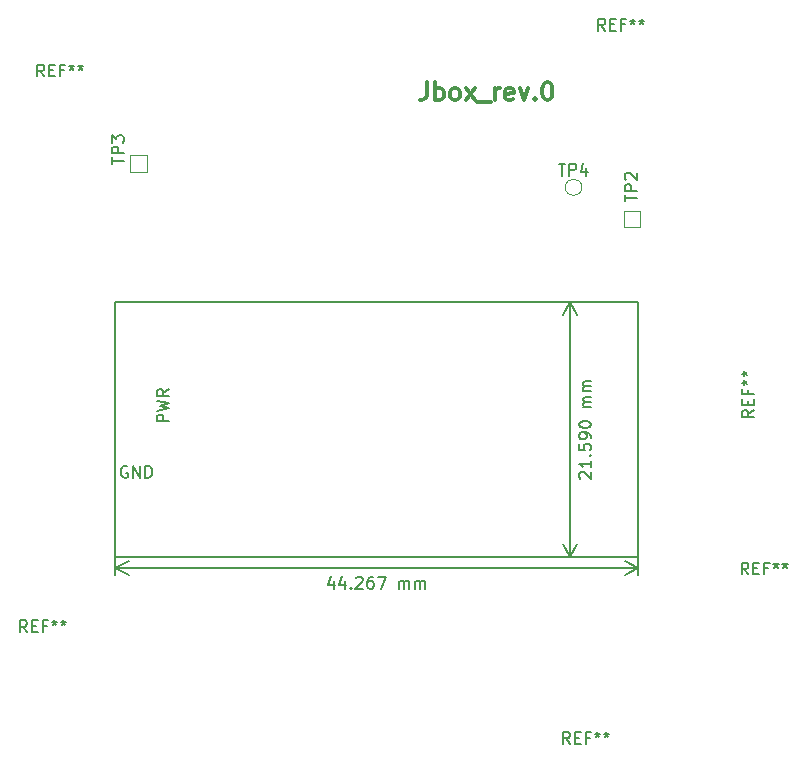
<source format=gto>
G04 #@! TF.GenerationSoftware,KiCad,Pcbnew,5.1.5+dfsg1-2build2*
G04 #@! TF.CreationDate,2021-05-18T17:36:40-03:00*
G04 #@! TF.ProjectId,jbox_kicad,6a626f78-5f6b-4696-9361-642e6b696361,0*
G04 #@! TF.SameCoordinates,Original*
G04 #@! TF.FileFunction,Legend,Top*
G04 #@! TF.FilePolarity,Positive*
%FSLAX46Y46*%
G04 Gerber Fmt 4.6, Leading zero omitted, Abs format (unit mm)*
G04 Created by KiCad (PCBNEW 5.1.5+dfsg1-2build2) date 2021-05-18 17:36:40*
%MOMM*%
%LPD*%
G04 APERTURE LIST*
%ADD10C,0.150000*%
%ADD11C,0.300000*%
%ADD12C,0.120000*%
%ADD13C,5.601600*%
%ADD14R,1.101600X1.101600*%
%ADD15C,1.501600*%
%ADD16R,1.601600X1.151600*%
%ADD17O,1.601600X1.151600*%
%ADD18C,4.101600*%
%ADD19C,1.101600*%
G04 APERTURE END LIST*
D10*
X228908076Y-150342018D02*
X228908688Y-151008684D01*
X228669631Y-149961284D02*
X228432191Y-150675788D01*
X229051239Y-150675220D01*
X229860456Y-150341144D02*
X229861068Y-151007810D01*
X229622011Y-149960410D02*
X229384572Y-150674914D01*
X230003619Y-150674346D01*
X230384790Y-150912091D02*
X230432453Y-150959667D01*
X230384878Y-151007329D01*
X230337215Y-150959754D01*
X230384790Y-150912091D01*
X230384878Y-151007329D01*
X230812618Y-150102174D02*
X230860193Y-150054512D01*
X230955388Y-150006805D01*
X231193483Y-150006586D01*
X231288765Y-150054118D01*
X231336427Y-150101693D01*
X231384134Y-150196888D01*
X231384221Y-150292126D01*
X231336733Y-150435027D01*
X230765830Y-151006980D01*
X231384877Y-151006411D01*
X232241102Y-150005625D02*
X232050625Y-150005800D01*
X231955431Y-150053506D01*
X231907856Y-150101169D01*
X231812749Y-150244113D01*
X231765305Y-150434633D01*
X231765654Y-150815585D01*
X231813361Y-150910780D01*
X231861024Y-150958355D01*
X231956305Y-151005887D01*
X232146782Y-151005712D01*
X232241976Y-150958005D01*
X232289551Y-150910343D01*
X232337083Y-150815061D01*
X232336864Y-150576966D01*
X232289158Y-150481771D01*
X232241495Y-150434196D01*
X232146213Y-150386664D01*
X231955737Y-150386839D01*
X231860543Y-150434546D01*
X231812967Y-150482208D01*
X231765436Y-150577490D01*
X232669673Y-150005231D02*
X233336339Y-150004619D01*
X232908686Y-151005012D01*
X234480114Y-151003570D02*
X234479502Y-150336903D01*
X234479589Y-150432141D02*
X234527165Y-150384478D01*
X234622359Y-150336772D01*
X234765216Y-150336641D01*
X234860498Y-150384172D01*
X234908204Y-150479367D01*
X234908685Y-151003176D01*
X234908204Y-150479367D02*
X234955736Y-150384085D01*
X235050930Y-150336379D01*
X235193787Y-150336247D01*
X235289069Y-150383779D01*
X235336776Y-150478973D01*
X235337256Y-151002783D01*
X235813447Y-151002345D02*
X235812835Y-150335679D01*
X235812922Y-150430917D02*
X235860497Y-150383254D01*
X235955692Y-150335548D01*
X236098549Y-150335417D01*
X236193831Y-150382948D01*
X236241537Y-150478143D01*
X236242018Y-151001952D01*
X236241537Y-150478143D02*
X236289069Y-150382861D01*
X236384263Y-150335154D01*
X236527120Y-150335023D01*
X236622402Y-150382555D01*
X236670108Y-150477749D01*
X236670589Y-151001559D01*
X254707305Y-149232619D02*
X210440185Y-149273259D01*
X254706120Y-147942300D02*
X254707843Y-149819040D01*
X210439000Y-147982940D02*
X210440723Y-149859680D01*
X210440185Y-149273259D02*
X211566150Y-148685804D01*
X210440185Y-149273259D02*
X211567227Y-149858645D01*
X254707305Y-149232619D02*
X253580263Y-148647233D01*
X254707305Y-149232619D02*
X253581340Y-149820074D01*
D11*
X236800071Y-108144571D02*
X236800071Y-109216000D01*
X236728642Y-109430285D01*
X236585785Y-109573142D01*
X236371500Y-109644571D01*
X236228642Y-109644571D01*
X237514357Y-109644571D02*
X237514357Y-108144571D01*
X237514357Y-108716000D02*
X237657214Y-108644571D01*
X237942928Y-108644571D01*
X238085785Y-108716000D01*
X238157214Y-108787428D01*
X238228642Y-108930285D01*
X238228642Y-109358857D01*
X238157214Y-109501714D01*
X238085785Y-109573142D01*
X237942928Y-109644571D01*
X237657214Y-109644571D01*
X237514357Y-109573142D01*
X239085785Y-109644571D02*
X238942928Y-109573142D01*
X238871500Y-109501714D01*
X238800071Y-109358857D01*
X238800071Y-108930285D01*
X238871500Y-108787428D01*
X238942928Y-108716000D01*
X239085785Y-108644571D01*
X239300071Y-108644571D01*
X239442928Y-108716000D01*
X239514357Y-108787428D01*
X239585785Y-108930285D01*
X239585785Y-109358857D01*
X239514357Y-109501714D01*
X239442928Y-109573142D01*
X239300071Y-109644571D01*
X239085785Y-109644571D01*
X240085785Y-109644571D02*
X240871500Y-108644571D01*
X240085785Y-108644571D02*
X240871500Y-109644571D01*
X241085785Y-109787428D02*
X242228642Y-109787428D01*
X242585785Y-109644571D02*
X242585785Y-108644571D01*
X242585785Y-108930285D02*
X242657214Y-108787428D01*
X242728642Y-108716000D01*
X242871500Y-108644571D01*
X243014357Y-108644571D01*
X244085785Y-109573142D02*
X243942928Y-109644571D01*
X243657214Y-109644571D01*
X243514357Y-109573142D01*
X243442928Y-109430285D01*
X243442928Y-108858857D01*
X243514357Y-108716000D01*
X243657214Y-108644571D01*
X243942928Y-108644571D01*
X244085785Y-108716000D01*
X244157214Y-108858857D01*
X244157214Y-109001714D01*
X243442928Y-109144571D01*
X244657214Y-108644571D02*
X245014357Y-109644571D01*
X245371500Y-108644571D01*
X245942928Y-109501714D02*
X246014357Y-109573142D01*
X245942928Y-109644571D01*
X245871500Y-109573142D01*
X245942928Y-109501714D01*
X245942928Y-109644571D01*
X246942928Y-108144571D02*
X247085785Y-108144571D01*
X247228642Y-108216000D01*
X247300071Y-108287428D01*
X247371500Y-108430285D01*
X247442928Y-108716000D01*
X247442928Y-109073142D01*
X247371500Y-109358857D01*
X247300071Y-109501714D01*
X247228642Y-109573142D01*
X247085785Y-109644571D01*
X246942928Y-109644571D01*
X246800071Y-109573142D01*
X246728642Y-109501714D01*
X246657214Y-109358857D01*
X246585785Y-109073142D01*
X246585785Y-108716000D01*
X246657214Y-108430285D01*
X246728642Y-108287428D01*
X246800071Y-108216000D01*
X246942928Y-108144571D01*
D10*
X210426300Y-126746000D02*
X210426300Y-148336000D01*
X254711200Y-126746000D02*
X210426300Y-126746000D01*
X249805719Y-141683857D02*
X249758100Y-141636238D01*
X249710480Y-141541000D01*
X249710480Y-141302904D01*
X249758100Y-141207666D01*
X249805719Y-141160047D01*
X249900957Y-141112428D01*
X249996195Y-141112428D01*
X250139052Y-141160047D01*
X250710480Y-141731476D01*
X250710480Y-141112428D01*
X250710480Y-140160047D02*
X250710480Y-140731476D01*
X250710480Y-140445761D02*
X249710480Y-140445761D01*
X249853338Y-140541000D01*
X249948576Y-140636238D01*
X249996195Y-140731476D01*
X250615242Y-139731476D02*
X250662861Y-139683857D01*
X250710480Y-139731476D01*
X250662861Y-139779095D01*
X250615242Y-139731476D01*
X250710480Y-139731476D01*
X249710480Y-138779095D02*
X249710480Y-139255285D01*
X250186671Y-139302904D01*
X250139052Y-139255285D01*
X250091433Y-139160047D01*
X250091433Y-138921952D01*
X250139052Y-138826714D01*
X250186671Y-138779095D01*
X250281909Y-138731476D01*
X250520004Y-138731476D01*
X250615242Y-138779095D01*
X250662861Y-138826714D01*
X250710480Y-138921952D01*
X250710480Y-139160047D01*
X250662861Y-139255285D01*
X250615242Y-139302904D01*
X250710480Y-138255285D02*
X250710480Y-138064809D01*
X250662861Y-137969571D01*
X250615242Y-137921952D01*
X250472385Y-137826714D01*
X250281909Y-137779095D01*
X249900957Y-137779095D01*
X249805719Y-137826714D01*
X249758100Y-137874333D01*
X249710480Y-137969571D01*
X249710480Y-138160047D01*
X249758100Y-138255285D01*
X249805719Y-138302904D01*
X249900957Y-138350523D01*
X250139052Y-138350523D01*
X250234290Y-138302904D01*
X250281909Y-138255285D01*
X250329528Y-138160047D01*
X250329528Y-137969571D01*
X250281909Y-137874333D01*
X250234290Y-137826714D01*
X250139052Y-137779095D01*
X249710480Y-137160047D02*
X249710480Y-137064809D01*
X249758100Y-136969571D01*
X249805719Y-136921952D01*
X249900957Y-136874333D01*
X250091433Y-136826714D01*
X250329528Y-136826714D01*
X250520004Y-136874333D01*
X250615242Y-136921952D01*
X250662861Y-136969571D01*
X250710480Y-137064809D01*
X250710480Y-137160047D01*
X250662861Y-137255285D01*
X250615242Y-137302904D01*
X250520004Y-137350523D01*
X250329528Y-137398142D01*
X250091433Y-137398142D01*
X249900957Y-137350523D01*
X249805719Y-137302904D01*
X249758100Y-137255285D01*
X249710480Y-137160047D01*
X250710480Y-135636238D02*
X250043814Y-135636238D01*
X250139052Y-135636238D02*
X250091433Y-135588619D01*
X250043814Y-135493380D01*
X250043814Y-135350523D01*
X250091433Y-135255285D01*
X250186671Y-135207666D01*
X250710480Y-135207666D01*
X250186671Y-135207666D02*
X250091433Y-135160047D01*
X250043814Y-135064809D01*
X250043814Y-134921952D01*
X250091433Y-134826714D01*
X250186671Y-134779095D01*
X250710480Y-134779095D01*
X250710480Y-134302904D02*
X250043814Y-134302904D01*
X250139052Y-134302904D02*
X250091433Y-134255285D01*
X250043814Y-134160047D01*
X250043814Y-134017190D01*
X250091433Y-133921952D01*
X250186671Y-133874333D01*
X250710480Y-133874333D01*
X250186671Y-133874333D02*
X250091433Y-133826714D01*
X250043814Y-133731476D01*
X250043814Y-133588619D01*
X250091433Y-133493380D01*
X250186671Y-133445761D01*
X250710480Y-133445761D01*
X248958100Y-148336000D02*
X248958100Y-126746000D01*
X248958100Y-148336000D02*
X249544521Y-148336000D01*
X248958100Y-126746000D02*
X249544521Y-126746000D01*
X248958100Y-126746000D02*
X249544521Y-127872504D01*
X248958100Y-126746000D02*
X248371679Y-127872504D01*
X248958100Y-148336000D02*
X249544521Y-147209496D01*
X248958100Y-148336000D02*
X248371679Y-147209496D01*
X254711200Y-148336000D02*
X254711200Y-126746000D01*
X210426300Y-148338540D02*
X254711200Y-148336000D01*
D12*
X211707500Y-115698500D02*
X211707500Y-114298500D01*
X213107500Y-115698500D02*
X211707500Y-115698500D01*
X213107500Y-114298500D02*
X213107500Y-115698500D01*
X211707500Y-114298500D02*
X213107500Y-114298500D01*
X253490500Y-120397500D02*
X253490500Y-118997500D01*
X254890500Y-120397500D02*
X253490500Y-120397500D01*
X254890500Y-118997500D02*
X254890500Y-120397500D01*
X253490500Y-118997500D02*
X254890500Y-118997500D01*
X249937500Y-117030500D02*
G75*
G03X249937500Y-117030500I-700000J0D01*
G01*
D10*
X204406666Y-107640380D02*
X204073333Y-107164190D01*
X203835238Y-107640380D02*
X203835238Y-106640380D01*
X204216190Y-106640380D01*
X204311428Y-106688000D01*
X204359047Y-106735619D01*
X204406666Y-106830857D01*
X204406666Y-106973714D01*
X204359047Y-107068952D01*
X204311428Y-107116571D01*
X204216190Y-107164190D01*
X203835238Y-107164190D01*
X204835238Y-107116571D02*
X205168571Y-107116571D01*
X205311428Y-107640380D02*
X204835238Y-107640380D01*
X204835238Y-106640380D01*
X205311428Y-106640380D01*
X206073333Y-107116571D02*
X205740000Y-107116571D01*
X205740000Y-107640380D02*
X205740000Y-106640380D01*
X206216190Y-106640380D01*
X206740000Y-106640380D02*
X206740000Y-106878476D01*
X206501904Y-106783238D02*
X206740000Y-106878476D01*
X206978095Y-106783238D01*
X206597142Y-107068952D02*
X206740000Y-106878476D01*
X206882857Y-107068952D01*
X207501904Y-106640380D02*
X207501904Y-106878476D01*
X207263809Y-106783238D02*
X207501904Y-106878476D01*
X207740000Y-106783238D01*
X207359047Y-107068952D02*
X207501904Y-106878476D01*
X207644761Y-107068952D01*
X251904666Y-103766880D02*
X251571333Y-103290690D01*
X251333238Y-103766880D02*
X251333238Y-102766880D01*
X251714190Y-102766880D01*
X251809428Y-102814500D01*
X251857047Y-102862119D01*
X251904666Y-102957357D01*
X251904666Y-103100214D01*
X251857047Y-103195452D01*
X251809428Y-103243071D01*
X251714190Y-103290690D01*
X251333238Y-103290690D01*
X252333238Y-103243071D02*
X252666571Y-103243071D01*
X252809428Y-103766880D02*
X252333238Y-103766880D01*
X252333238Y-102766880D01*
X252809428Y-102766880D01*
X253571333Y-103243071D02*
X253238000Y-103243071D01*
X253238000Y-103766880D02*
X253238000Y-102766880D01*
X253714190Y-102766880D01*
X254238000Y-102766880D02*
X254238000Y-103004976D01*
X253999904Y-102909738D02*
X254238000Y-103004976D01*
X254476095Y-102909738D01*
X254095142Y-103195452D02*
X254238000Y-103004976D01*
X254380857Y-103195452D01*
X254999904Y-102766880D02*
X254999904Y-103004976D01*
X254761809Y-102909738D02*
X254999904Y-103004976D01*
X255238000Y-102909738D01*
X254857047Y-103195452D02*
X254999904Y-103004976D01*
X255142761Y-103195452D01*
X202946166Y-154693880D02*
X202612833Y-154217690D01*
X202374738Y-154693880D02*
X202374738Y-153693880D01*
X202755690Y-153693880D01*
X202850928Y-153741500D01*
X202898547Y-153789119D01*
X202946166Y-153884357D01*
X202946166Y-154027214D01*
X202898547Y-154122452D01*
X202850928Y-154170071D01*
X202755690Y-154217690D01*
X202374738Y-154217690D01*
X203374738Y-154170071D02*
X203708071Y-154170071D01*
X203850928Y-154693880D02*
X203374738Y-154693880D01*
X203374738Y-153693880D01*
X203850928Y-153693880D01*
X204612833Y-154170071D02*
X204279500Y-154170071D01*
X204279500Y-154693880D02*
X204279500Y-153693880D01*
X204755690Y-153693880D01*
X205279500Y-153693880D02*
X205279500Y-153931976D01*
X205041404Y-153836738D02*
X205279500Y-153931976D01*
X205517595Y-153836738D01*
X205136642Y-154122452D02*
X205279500Y-153931976D01*
X205422357Y-154122452D01*
X206041404Y-153693880D02*
X206041404Y-153931976D01*
X205803309Y-153836738D02*
X206041404Y-153931976D01*
X206279500Y-153836738D01*
X205898547Y-154122452D02*
X206041404Y-153931976D01*
X206184261Y-154122452D01*
X248920166Y-164155380D02*
X248586833Y-163679190D01*
X248348738Y-164155380D02*
X248348738Y-163155380D01*
X248729690Y-163155380D01*
X248824928Y-163203000D01*
X248872547Y-163250619D01*
X248920166Y-163345857D01*
X248920166Y-163488714D01*
X248872547Y-163583952D01*
X248824928Y-163631571D01*
X248729690Y-163679190D01*
X248348738Y-163679190D01*
X249348738Y-163631571D02*
X249682071Y-163631571D01*
X249824928Y-164155380D02*
X249348738Y-164155380D01*
X249348738Y-163155380D01*
X249824928Y-163155380D01*
X250586833Y-163631571D02*
X250253500Y-163631571D01*
X250253500Y-164155380D02*
X250253500Y-163155380D01*
X250729690Y-163155380D01*
X251253500Y-163155380D02*
X251253500Y-163393476D01*
X251015404Y-163298238D02*
X251253500Y-163393476D01*
X251491595Y-163298238D01*
X251110642Y-163583952D02*
X251253500Y-163393476D01*
X251396357Y-163583952D01*
X252015404Y-163155380D02*
X252015404Y-163393476D01*
X251777309Y-163298238D02*
X252015404Y-163393476D01*
X252253500Y-163298238D01*
X251872547Y-163583952D02*
X252015404Y-163393476D01*
X252158261Y-163583952D01*
X210145380Y-115053904D02*
X210145380Y-114482476D01*
X211145380Y-114768190D02*
X210145380Y-114768190D01*
X211145380Y-114149142D02*
X210145380Y-114149142D01*
X210145380Y-113768190D01*
X210193000Y-113672952D01*
X210240619Y-113625333D01*
X210335857Y-113577714D01*
X210478714Y-113577714D01*
X210573952Y-113625333D01*
X210621571Y-113672952D01*
X210669190Y-113768190D01*
X210669190Y-114149142D01*
X210145380Y-113244380D02*
X210145380Y-112625333D01*
X210526333Y-112958666D01*
X210526333Y-112815809D01*
X210573952Y-112720571D01*
X210621571Y-112672952D01*
X210716809Y-112625333D01*
X210954904Y-112625333D01*
X211050142Y-112672952D01*
X211097761Y-112720571D01*
X211145380Y-112815809D01*
X211145380Y-113101523D01*
X211097761Y-113196761D01*
X211050142Y-113244380D01*
X253579380Y-118228904D02*
X253579380Y-117657476D01*
X254579380Y-117943190D02*
X253579380Y-117943190D01*
X254579380Y-117324142D02*
X253579380Y-117324142D01*
X253579380Y-116943190D01*
X253627000Y-116847952D01*
X253674619Y-116800333D01*
X253769857Y-116752714D01*
X253912714Y-116752714D01*
X254007952Y-116800333D01*
X254055571Y-116847952D01*
X254103190Y-116943190D01*
X254103190Y-117324142D01*
X253674619Y-116371761D02*
X253627000Y-116324142D01*
X253579380Y-116228904D01*
X253579380Y-115990809D01*
X253627000Y-115895571D01*
X253674619Y-115847952D01*
X253769857Y-115800333D01*
X253865095Y-115800333D01*
X254007952Y-115847952D01*
X254579380Y-116419380D01*
X254579380Y-115800333D01*
X264485380Y-135889833D02*
X264009190Y-136223166D01*
X264485380Y-136461261D02*
X263485380Y-136461261D01*
X263485380Y-136080309D01*
X263533000Y-135985071D01*
X263580619Y-135937452D01*
X263675857Y-135889833D01*
X263818714Y-135889833D01*
X263913952Y-135937452D01*
X263961571Y-135985071D01*
X264009190Y-136080309D01*
X264009190Y-136461261D01*
X263961571Y-135461261D02*
X263961571Y-135127928D01*
X264485380Y-134985071D02*
X264485380Y-135461261D01*
X263485380Y-135461261D01*
X263485380Y-134985071D01*
X263961571Y-134223166D02*
X263961571Y-134556500D01*
X264485380Y-134556500D02*
X263485380Y-134556500D01*
X263485380Y-134080309D01*
X263485380Y-133556500D02*
X263723476Y-133556500D01*
X263628238Y-133794595D02*
X263723476Y-133556500D01*
X263628238Y-133318404D01*
X263913952Y-133699357D02*
X263723476Y-133556500D01*
X263913952Y-133413642D01*
X263485380Y-132794595D02*
X263723476Y-132794595D01*
X263628238Y-133032690D02*
X263723476Y-132794595D01*
X263628238Y-132556500D01*
X263913952Y-132937452D02*
X263723476Y-132794595D01*
X263913952Y-132651738D01*
X214955380Y-136842333D02*
X213955380Y-136842333D01*
X213955380Y-136461380D01*
X214003000Y-136366142D01*
X214050619Y-136318523D01*
X214145857Y-136270904D01*
X214288714Y-136270904D01*
X214383952Y-136318523D01*
X214431571Y-136366142D01*
X214479190Y-136461380D01*
X214479190Y-136842333D01*
X213955380Y-135937571D02*
X214955380Y-135699476D01*
X214241095Y-135509000D01*
X214955380Y-135318523D01*
X213955380Y-135080428D01*
X214955380Y-134128047D02*
X214479190Y-134461380D01*
X214955380Y-134699476D02*
X213955380Y-134699476D01*
X213955380Y-134318523D01*
X214003000Y-134223285D01*
X214050619Y-134175666D01*
X214145857Y-134128047D01*
X214288714Y-134128047D01*
X214383952Y-134175666D01*
X214431571Y-134223285D01*
X214479190Y-134318523D01*
X214479190Y-134699476D01*
X264033166Y-149804380D02*
X263699833Y-149328190D01*
X263461738Y-149804380D02*
X263461738Y-148804380D01*
X263842690Y-148804380D01*
X263937928Y-148852000D01*
X263985547Y-148899619D01*
X264033166Y-148994857D01*
X264033166Y-149137714D01*
X263985547Y-149232952D01*
X263937928Y-149280571D01*
X263842690Y-149328190D01*
X263461738Y-149328190D01*
X264461738Y-149280571D02*
X264795071Y-149280571D01*
X264937928Y-149804380D02*
X264461738Y-149804380D01*
X264461738Y-148804380D01*
X264937928Y-148804380D01*
X265699833Y-149280571D02*
X265366500Y-149280571D01*
X265366500Y-149804380D02*
X265366500Y-148804380D01*
X265842690Y-148804380D01*
X266366500Y-148804380D02*
X266366500Y-149042476D01*
X266128404Y-148947238D02*
X266366500Y-149042476D01*
X266604595Y-148947238D01*
X266223642Y-149232952D02*
X266366500Y-149042476D01*
X266509357Y-149232952D01*
X267128404Y-148804380D02*
X267128404Y-149042476D01*
X266890309Y-148947238D02*
X267128404Y-149042476D01*
X267366500Y-148947238D01*
X266985547Y-149232952D02*
X267128404Y-149042476D01*
X267271261Y-149232952D01*
X211455095Y-140660500D02*
X211359857Y-140612880D01*
X211217000Y-140612880D01*
X211074142Y-140660500D01*
X210978904Y-140755738D01*
X210931285Y-140850976D01*
X210883666Y-141041452D01*
X210883666Y-141184309D01*
X210931285Y-141374785D01*
X210978904Y-141470023D01*
X211074142Y-141565261D01*
X211217000Y-141612880D01*
X211312238Y-141612880D01*
X211455095Y-141565261D01*
X211502714Y-141517642D01*
X211502714Y-141184309D01*
X211312238Y-141184309D01*
X211931285Y-141612880D02*
X211931285Y-140612880D01*
X212502714Y-141612880D01*
X212502714Y-140612880D01*
X212978904Y-141612880D02*
X212978904Y-140612880D01*
X213217000Y-140612880D01*
X213359857Y-140660500D01*
X213455095Y-140755738D01*
X213502714Y-140850976D01*
X213550333Y-141041452D01*
X213550333Y-141184309D01*
X213502714Y-141374785D01*
X213455095Y-141470023D01*
X213359857Y-141565261D01*
X213217000Y-141612880D01*
X212978904Y-141612880D01*
X247975595Y-115034880D02*
X248547023Y-115034880D01*
X248261309Y-116034880D02*
X248261309Y-115034880D01*
X248880357Y-116034880D02*
X248880357Y-115034880D01*
X249261309Y-115034880D01*
X249356547Y-115082500D01*
X249404166Y-115130119D01*
X249451785Y-115225357D01*
X249451785Y-115368214D01*
X249404166Y-115463452D01*
X249356547Y-115511071D01*
X249261309Y-115558690D01*
X248880357Y-115558690D01*
X250308928Y-115368214D02*
X250308928Y-116034880D01*
X250070833Y-114987261D02*
X249832738Y-115701547D01*
X250451785Y-115701547D01*
%LPC*%
D13*
X213992460Y-110397500D03*
X251269500Y-110397500D03*
X213992460Y-152942500D03*
X251269500Y-152942500D03*
D14*
X212407500Y-114998500D03*
X254190500Y-119697500D03*
D15*
X221310200Y-145643600D03*
X218770200Y-145643600D03*
X218770200Y-143103600D03*
X221310200Y-143103600D03*
X218770200Y-140563600D03*
X221310200Y-140563600D03*
X218770200Y-138023600D03*
X221310200Y-138023600D03*
X218770200Y-135483600D03*
X221310200Y-135483600D03*
X218770200Y-132943600D03*
X221310200Y-132943600D03*
X218770200Y-130403600D03*
X221310200Y-130403600D03*
X218770200Y-127863600D03*
X221310200Y-127863600D03*
X218770200Y-125323600D03*
X221310200Y-125323600D03*
X218770200Y-122783600D03*
X221310200Y-122783600D03*
X244170200Y-145643600D03*
X246710200Y-145643600D03*
X244170200Y-143103600D03*
X246710200Y-143103600D03*
X244170200Y-140563600D03*
X246710200Y-140563600D03*
X244170200Y-138023600D03*
X246710200Y-138023600D03*
X244170200Y-135483600D03*
X246710200Y-135483600D03*
X244170200Y-132943600D03*
X246710200Y-132943600D03*
X244170200Y-130403600D03*
X246710200Y-130403600D03*
X244170200Y-127863600D03*
X246710200Y-127863600D03*
X244170200Y-125323600D03*
X246710200Y-125323600D03*
X244170200Y-122783600D03*
X246710200Y-122783600D03*
D16*
X220789500Y-109156500D03*
D17*
X220789500Y-111696500D03*
X220789500Y-110426500D03*
D18*
X252171200Y-129286000D03*
X212915500Y-129232660D03*
X252171200Y-145796000D03*
X212928200Y-145806160D03*
D19*
X249237500Y-117030500D03*
M02*

</source>
